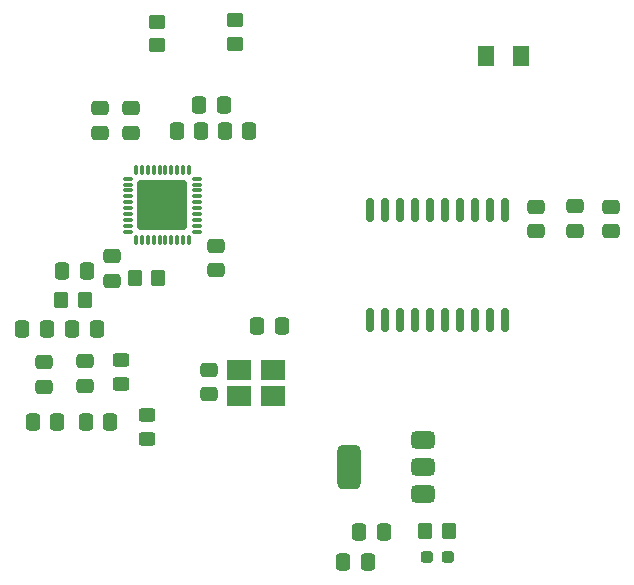
<source format=gbr>
%TF.GenerationSoftware,KiCad,Pcbnew,8.0.3*%
%TF.CreationDate,2025-07-08T12:48:35-07:00*%
%TF.ProjectId,salp_board_round,73616c70-5f62-46f6-9172-645f726f756e,rev?*%
%TF.SameCoordinates,Original*%
%TF.FileFunction,Paste,Top*%
%TF.FilePolarity,Positive*%
%FSLAX46Y46*%
G04 Gerber Fmt 4.6, Leading zero omitted, Abs format (unit mm)*
G04 Created by KiCad (PCBNEW 8.0.3) date 2025-07-08 12:48:35*
%MOMM*%
%LPD*%
G01*
G04 APERTURE LIST*
G04 Aperture macros list*
%AMRoundRect*
0 Rectangle with rounded corners*
0 $1 Rounding radius*
0 $2 $3 $4 $5 $6 $7 $8 $9 X,Y pos of 4 corners*
0 Add a 4 corners polygon primitive as box body*
4,1,4,$2,$3,$4,$5,$6,$7,$8,$9,$2,$3,0*
0 Add four circle primitives for the rounded corners*
1,1,$1+$1,$2,$3*
1,1,$1+$1,$4,$5*
1,1,$1+$1,$6,$7*
1,1,$1+$1,$8,$9*
0 Add four rect primitives between the rounded corners*
20,1,$1+$1,$2,$3,$4,$5,0*
20,1,$1+$1,$4,$5,$6,$7,0*
20,1,$1+$1,$6,$7,$8,$9,0*
20,1,$1+$1,$8,$9,$2,$3,0*%
G04 Aperture macros list end*
%ADD10R,2.100000X1.725000*%
%ADD11RoundRect,0.375000X0.625000X0.375000X-0.625000X0.375000X-0.625000X-0.375000X0.625000X-0.375000X0*%
%ADD12RoundRect,0.500000X0.500000X1.400000X-0.500000X1.400000X-0.500000X-1.400000X0.500000X-1.400000X0*%
%ADD13RoundRect,0.150000X-0.150000X0.875000X-0.150000X-0.875000X0.150000X-0.875000X0.150000X0.875000X0*%
%ADD14RoundRect,0.250000X-0.350000X-0.450000X0.350000X-0.450000X0.350000X0.450000X-0.350000X0.450000X0*%
%ADD15RoundRect,0.250000X-0.450000X0.350000X-0.450000X-0.350000X0.450000X-0.350000X0.450000X0.350000X0*%
%ADD16RoundRect,0.250000X0.350000X0.450000X-0.350000X0.450000X-0.350000X-0.450000X0.350000X-0.450000X0*%
%ADD17RoundRect,0.250000X0.450000X-0.325000X0.450000X0.325000X-0.450000X0.325000X-0.450000X-0.325000X0*%
%ADD18RoundRect,0.237500X-0.287500X-0.237500X0.287500X-0.237500X0.287500X0.237500X-0.287500X0.237500X0*%
%ADD19RoundRect,0.250001X0.462499X0.624999X-0.462499X0.624999X-0.462499X-0.624999X0.462499X-0.624999X0*%
%ADD20RoundRect,0.250000X0.337500X0.475000X-0.337500X0.475000X-0.337500X-0.475000X0.337500X-0.475000X0*%
%ADD21RoundRect,0.250000X-0.337500X-0.475000X0.337500X-0.475000X0.337500X0.475000X-0.337500X0.475000X0*%
%ADD22RoundRect,0.250000X0.475000X-0.337500X0.475000X0.337500X-0.475000X0.337500X-0.475000X-0.337500X0*%
%ADD23RoundRect,0.250000X-0.475000X0.337500X-0.475000X-0.337500X0.475000X-0.337500X0.475000X0.337500X0*%
%ADD24RoundRect,0.075000X-0.325000X-0.075000X0.325000X-0.075000X0.325000X0.075000X-0.325000X0.075000X0*%
%ADD25RoundRect,0.075000X-0.075000X-0.325000X0.075000X-0.325000X0.075000X0.325000X-0.075000X0.325000X0*%
%ADD26RoundRect,0.210000X-1.890000X-1.890000X1.890000X-1.890000X1.890000X1.890000X-1.890000X1.890000X0*%
G04 APERTURE END LIST*
D10*
%TO.C,Y1*%
X163800000Y-98112500D03*
X166700000Y-98112500D03*
X166700000Y-100287500D03*
X163800000Y-100287500D03*
%TD*%
D11*
%TO.C,U4*%
X179450000Y-108600000D03*
X179450000Y-106300000D03*
D12*
X173150000Y-106300000D03*
D11*
X179450000Y-104000000D03*
%TD*%
D13*
%TO.C,U2*%
X186315000Y-84550000D03*
X185045000Y-84550000D03*
X183775000Y-84550000D03*
X182505000Y-84550000D03*
X181235000Y-84550000D03*
X179965000Y-84550000D03*
X178695000Y-84550000D03*
X177425000Y-84550000D03*
X176155000Y-84550000D03*
X174885000Y-84550000D03*
X174885000Y-93850000D03*
X176155000Y-93850000D03*
X177425000Y-93850000D03*
X178695000Y-93850000D03*
X179965000Y-93850000D03*
X181235000Y-93850000D03*
X182505000Y-93850000D03*
X183775000Y-93850000D03*
X185045000Y-93850000D03*
X186315000Y-93850000D03*
%TD*%
D14*
%TO.C,R12*%
X181600000Y-111700000D03*
X179600000Y-111700000D03*
%TD*%
D15*
%TO.C,R11*%
X163500000Y-70500000D03*
X163500000Y-68500000D03*
%TD*%
D14*
%TO.C,R3*%
X157000000Y-90300000D03*
X155000000Y-90300000D03*
%TD*%
D16*
%TO.C,R2*%
X150800000Y-92200000D03*
X148800000Y-92200000D03*
%TD*%
D15*
%TO.C,R1*%
X156900000Y-70600000D03*
X156900000Y-68600000D03*
%TD*%
D17*
%TO.C,L2*%
X153800000Y-97275000D03*
X153800000Y-99325000D03*
%TD*%
%TO.C,L1*%
X156000000Y-103925000D03*
X156000000Y-101875000D03*
%TD*%
D18*
%TO.C,D6*%
X181500000Y-113900000D03*
X179750000Y-113900000D03*
%TD*%
D19*
%TO.C,D2*%
X184725000Y-71500000D03*
X187700000Y-71500000D03*
%TD*%
D20*
%TO.C,C22*%
X174025986Y-111800000D03*
X176100986Y-111800000D03*
%TD*%
D21*
%TO.C,C20*%
X174737500Y-114400000D03*
X172662500Y-114400000D03*
%TD*%
D22*
%TO.C,C19*%
X161900000Y-89675000D03*
X161900000Y-87600000D03*
%TD*%
D21*
%TO.C,C18*%
X167437500Y-94400000D03*
X165362500Y-94400000D03*
%TD*%
%TO.C,C17*%
X148862500Y-89700000D03*
X150937500Y-89700000D03*
%TD*%
D23*
%TO.C,C16*%
X153100000Y-88462500D03*
X153100000Y-90537500D03*
%TD*%
%TO.C,C15*%
X161300000Y-100137500D03*
X161300000Y-98062500D03*
%TD*%
%TO.C,C14*%
X195300000Y-84262500D03*
X195300000Y-86337500D03*
%TD*%
D21*
%TO.C,C13*%
X152937500Y-102500000D03*
X150862500Y-102500000D03*
%TD*%
%TO.C,C12*%
X148437500Y-102500000D03*
X146362500Y-102500000D03*
%TD*%
%TO.C,C11*%
X164700000Y-77900000D03*
X162625000Y-77900000D03*
%TD*%
D23*
%TO.C,C10*%
X150800000Y-97362500D03*
X150800000Y-99437500D03*
%TD*%
%TO.C,C9*%
X147300000Y-97462500D03*
X147300000Y-99537500D03*
%TD*%
%TO.C,C8*%
X192300000Y-84225000D03*
X192300000Y-86300000D03*
%TD*%
D21*
%TO.C,C7*%
X162537500Y-75700000D03*
X160462500Y-75700000D03*
%TD*%
%TO.C,C6*%
X151775000Y-94600000D03*
X149700000Y-94600000D03*
%TD*%
%TO.C,C5*%
X145462500Y-94600000D03*
X147537500Y-94600000D03*
%TD*%
D23*
%TO.C,C4*%
X189000000Y-84262500D03*
X189000000Y-86337500D03*
%TD*%
D21*
%TO.C,C3*%
X160637500Y-77900000D03*
X158562500Y-77900000D03*
%TD*%
D22*
%TO.C,C2*%
X154700000Y-75962500D03*
X154700000Y-78037500D03*
%TD*%
%TO.C,C1*%
X152100000Y-75962500D03*
X152100000Y-78037500D03*
%TD*%
D24*
%TO.C,U1*%
X154400000Y-81900000D03*
X154400000Y-82400000D03*
X154400000Y-82900000D03*
X154400000Y-83400000D03*
X154400000Y-83900000D03*
X154400000Y-84400000D03*
X154400000Y-84900000D03*
X154400000Y-85400000D03*
X154400000Y-85900000D03*
X154400000Y-86400000D03*
D25*
X155100000Y-87100000D03*
X155600000Y-87100000D03*
X156100000Y-87100000D03*
X156600000Y-87100000D03*
X157100000Y-87100000D03*
X157600000Y-87100000D03*
X158100000Y-87100000D03*
X158600000Y-87100000D03*
X159100000Y-87100000D03*
X159600000Y-87100000D03*
D24*
X160300000Y-86400000D03*
X160300000Y-85900000D03*
X160300000Y-85400000D03*
X160300000Y-84900000D03*
X160300000Y-84400000D03*
X160300000Y-83900000D03*
X160300000Y-83400000D03*
X160300000Y-82900000D03*
X160300000Y-82400000D03*
X160300000Y-81900000D03*
D25*
X159600000Y-81200000D03*
X159100000Y-81200000D03*
X158600000Y-81200000D03*
X158100000Y-81200000D03*
X157600000Y-81200000D03*
X157100000Y-81200000D03*
X156600000Y-81200000D03*
X156100000Y-81200000D03*
X155600000Y-81200000D03*
X155100000Y-81200000D03*
D26*
X157350000Y-84150000D03*
%TD*%
M02*

</source>
